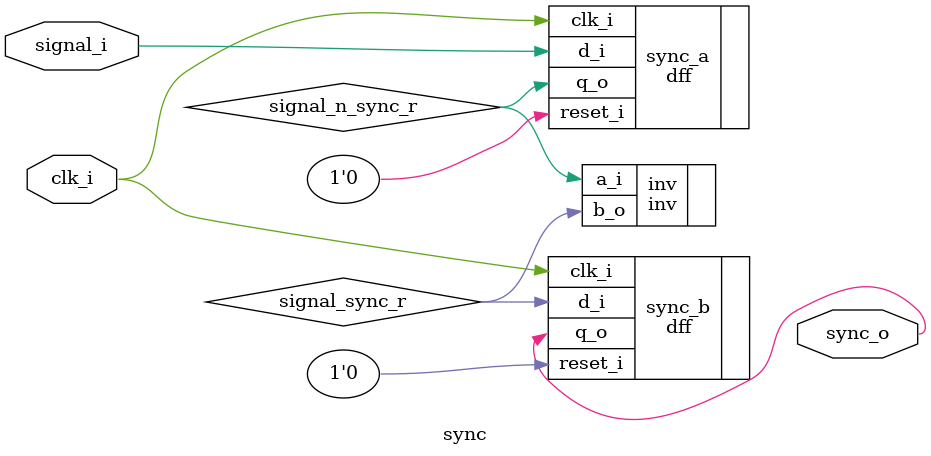
<source format=sv>
module sync
  (input [0:0] clk_i
  ,input [0:0] signal_i
  ,output [0:0] sync_o
  );

   wire signal_n_sync_r;
   wire signal_sync_r;

   dff
     #()
   sync_a
     (.clk_i(clk_i)
     ,.reset_i(1'b0)
     ,.d_i(signal_i)
     ,.q_o(signal_n_sync_r));

   inv
     #()
   inv
     (.a_i(signal_n_sync_r)
     ,.b_o(signal_sync_r));

   dff
     #()
   sync_b
     (.clk_i(clk_i)
     ,.reset_i(1'b0)
     ,.d_i(signal_sync_r)
     ,.q_o(sync_o));

endmodule
</source>
